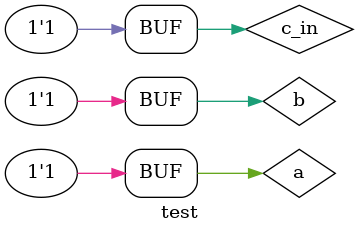
<source format=v>
module decod(
    input a,b,c,
    output y0,y1,y2,y3,y4,y5,y6,y7,
    output d,borrow
);
assign y0 = ~a & ~b & ~c;
assign y1 = ~a & ~b & c;
assign y2 = ~a & b & ~c;
assign y3 = ~a & b & c;
assign y4 = a & ~b & ~c;
assign y5 = a & ~b & c;
assign y6 = a & b & ~c;
assign y7 = a & b & c;
assign d = y1 | y2 | y4 | y7;
assign borrow = y1|y2|y3|y7;
endmodule

//testbench
module test;
reg a, b, c_in;
wire y0,y1,y2,y3,y4,y5,y6,y7;
wire d, borrow;

decod mymodel(a,b,c_in,y0,y1,y2,y3,y4,y5,y6,y7,d,borrow);
initial begin
    $display("Full Subtracter using 8:1 decoder\n");
    $monitor("%b %b %b  diff: %b  borrow: %b", a, b, c_in, d, borrow);
    a=0; b=0; c_in=0; #5;
	a=0; b=0; c_in=1; #5;
	a=0; b=1; c_in=0; #5;
	a=0; b=1; c_in=1; #5;
	a=1; b=0; c_in=0; #5;
	a=1; b=0; c_in=1; #5;
	a=1; b=1; c_in=0; #5;
	a=1; b=1; c_in=1; #5;
end
endmodule
</source>
